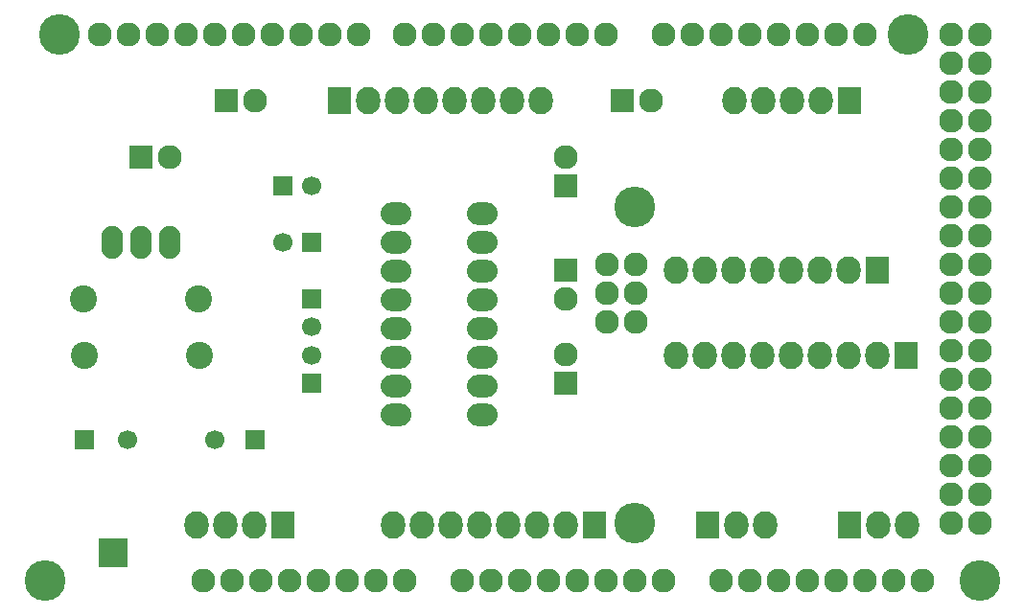
<source format=gts>
G04 #@! TF.FileFunction,Soldermask,Top*
%FSLAX46Y46*%
G04 Gerber Fmt 4.6, Leading zero omitted, Abs format (unit mm)*
G04 Created by KiCad (PCBNEW 4.0.2+dfsg1-stable) date fr. 11. mai 2018 kl. 17.21 +0200*
%MOMM*%
G01*
G04 APERTURE LIST*
%ADD10C,0.100000*%
%ADD11O,2.127200X2.127200*%
%ADD12C,3.600000*%
%ADD13C,1.700000*%
%ADD14R,1.700000X1.700000*%
%ADD15R,2.127200X2.432000*%
%ADD16O,2.127200X2.432000*%
%ADD17R,2.635200X2.635200*%
%ADD18R,2.127200X2.127200*%
%ADD19C,2.398980*%
%ADD20O,2.700000X2.000000*%
%ADD21O,1.901140X2.899360*%
G04 APERTURE END LIST*
D10*
D11*
X176127000Y-114600000D03*
X178667000Y-114600000D03*
X178667000Y-112060000D03*
X176127000Y-112060000D03*
X178667000Y-109520000D03*
X163300000Y-137460000D03*
X158220000Y-137460000D03*
X155680000Y-137460000D03*
X153140000Y-137460000D03*
X150600000Y-137460000D03*
X148060000Y-137460000D03*
X145520000Y-137460000D03*
X142980000Y-137460000D03*
X198860000Y-89200000D03*
X196320000Y-89200000D03*
X193780000Y-89200000D03*
X191240000Y-89200000D03*
X188700000Y-89200000D03*
X186160000Y-89200000D03*
X183620000Y-89200000D03*
X181080000Y-89200000D03*
X176000000Y-89200000D03*
X173460000Y-89200000D03*
X170920000Y-89200000D03*
X168380000Y-89200000D03*
X165840000Y-89200000D03*
X163300000Y-89200000D03*
X160760000Y-89200000D03*
X158220000Y-89200000D03*
X138916000Y-89200000D03*
X154156000Y-89200000D03*
X151616000Y-89200000D03*
X149076000Y-89200000D03*
D12*
X178540000Y-132380000D03*
X178540000Y-104440000D03*
X202670000Y-89200000D03*
X127740000Y-89200000D03*
X209020000Y-137460000D03*
X126470000Y-137460000D03*
D11*
X131296000Y-89200000D03*
X133836000Y-89200000D03*
X136376000Y-89200000D03*
X141456000Y-89200000D03*
X143996000Y-89200000D03*
X146536000Y-89200000D03*
X140440000Y-137460000D03*
X165840000Y-137460000D03*
X168380000Y-137460000D03*
X170920000Y-137460000D03*
X173460000Y-137460000D03*
X176000000Y-137460000D03*
X178540000Y-137460000D03*
X181080000Y-137460000D03*
X186160000Y-137460000D03*
X188700000Y-137460000D03*
X191240000Y-137460000D03*
X193780000Y-137460000D03*
X196320000Y-137460000D03*
X198860000Y-137460000D03*
X201400000Y-137460000D03*
X203940000Y-137460000D03*
X206480000Y-89200000D03*
X209020000Y-89200000D03*
X206480000Y-91740000D03*
X209020000Y-91740000D03*
X206480000Y-94280000D03*
X209020000Y-94280000D03*
X206480000Y-96820000D03*
X209020000Y-96820000D03*
X206480000Y-99360000D03*
X209020000Y-99360000D03*
X206480000Y-101900000D03*
X209020000Y-101900000D03*
X206480000Y-104440000D03*
X209020000Y-104440000D03*
X206480000Y-106980000D03*
X209020000Y-106980000D03*
X206480000Y-109520000D03*
X209020000Y-109520000D03*
X206480000Y-112060000D03*
X209020000Y-112060000D03*
X206480000Y-114600000D03*
X209020000Y-114600000D03*
X206480000Y-117140000D03*
X209020000Y-117140000D03*
X206480000Y-119680000D03*
X209020000Y-119680000D03*
X206480000Y-122220000D03*
X209020000Y-122220000D03*
X206480000Y-124760000D03*
X209020000Y-124760000D03*
X206480000Y-127300000D03*
X209020000Y-127300000D03*
X206480000Y-129840000D03*
X209020000Y-129840000D03*
X206480000Y-132380000D03*
X209020000Y-132380000D03*
X176127000Y-109520000D03*
X176127000Y-114600000D03*
X178667000Y-114600000D03*
X178667000Y-112060000D03*
X176127000Y-112060000D03*
X178667000Y-109520000D03*
X163300000Y-137460000D03*
X158220000Y-137460000D03*
X155680000Y-137460000D03*
X153140000Y-137460000D03*
X150600000Y-137460000D03*
X148060000Y-137460000D03*
X145520000Y-137460000D03*
X142980000Y-137460000D03*
X198860000Y-89200000D03*
X196320000Y-89200000D03*
X193780000Y-89200000D03*
X191240000Y-89200000D03*
X188700000Y-89200000D03*
X186160000Y-89200000D03*
X183620000Y-89200000D03*
X181080000Y-89200000D03*
X176000000Y-89200000D03*
X173460000Y-89200000D03*
X170920000Y-89200000D03*
X168380000Y-89200000D03*
X165840000Y-89200000D03*
X163300000Y-89200000D03*
X160760000Y-89200000D03*
X158220000Y-89200000D03*
X138916000Y-89200000D03*
X154156000Y-89200000D03*
X151616000Y-89200000D03*
X149076000Y-89200000D03*
D12*
X178540000Y-132380000D03*
X178540000Y-104440000D03*
X202670000Y-89200000D03*
X127740000Y-89200000D03*
X209020000Y-137460000D03*
X126470000Y-137460000D03*
D11*
X131296000Y-89200000D03*
X133836000Y-89200000D03*
X136376000Y-89200000D03*
X141456000Y-89200000D03*
X143996000Y-89200000D03*
X146536000Y-89200000D03*
X140440000Y-137460000D03*
X165840000Y-137460000D03*
X168380000Y-137460000D03*
X170920000Y-137460000D03*
X173460000Y-137460000D03*
X176000000Y-137460000D03*
X178540000Y-137460000D03*
X181080000Y-137460000D03*
X186160000Y-137460000D03*
X188700000Y-137460000D03*
X191240000Y-137460000D03*
X193780000Y-137460000D03*
X196320000Y-137460000D03*
X198860000Y-137460000D03*
X201400000Y-137460000D03*
X203940000Y-137460000D03*
X206480000Y-89200000D03*
X209020000Y-89200000D03*
X206480000Y-91740000D03*
X209020000Y-91740000D03*
X206480000Y-94280000D03*
X209020000Y-94280000D03*
X206480000Y-96820000D03*
X209020000Y-96820000D03*
X206480000Y-99360000D03*
X209020000Y-99360000D03*
X206480000Y-101900000D03*
X209020000Y-101900000D03*
X206480000Y-104440000D03*
X209020000Y-104440000D03*
X206480000Y-106980000D03*
X209020000Y-106980000D03*
X206480000Y-109520000D03*
X209020000Y-109520000D03*
X206480000Y-112060000D03*
X209020000Y-112060000D03*
X206480000Y-114600000D03*
X209020000Y-114600000D03*
X206480000Y-117140000D03*
X209020000Y-117140000D03*
X206480000Y-119680000D03*
X209020000Y-119680000D03*
X206480000Y-122220000D03*
X209020000Y-122220000D03*
X206480000Y-124760000D03*
X209020000Y-124760000D03*
X206480000Y-127300000D03*
X209020000Y-127300000D03*
X206480000Y-129840000D03*
X209020000Y-129840000D03*
X206480000Y-132380000D03*
X209020000Y-132380000D03*
X176127000Y-109520000D03*
D13*
X141500000Y-125000000D03*
D14*
X145000000Y-125000000D03*
X130000000Y-125000000D03*
D13*
X133800000Y-125000000D03*
D14*
X150000000Y-107500000D03*
D13*
X147500000Y-107500000D03*
D14*
X150000000Y-112500000D03*
D13*
X150000000Y-115000000D03*
D14*
X147500000Y-102500000D03*
D13*
X150000000Y-102500000D03*
D14*
X150000000Y-120000000D03*
D13*
X150000000Y-117500000D03*
D15*
X202500000Y-117500000D03*
D16*
X199960000Y-117500000D03*
X197420000Y-117500000D03*
X194880000Y-117500000D03*
X192340000Y-117500000D03*
X189800000Y-117500000D03*
X187260000Y-117500000D03*
X184720000Y-117500000D03*
X182180000Y-117500000D03*
D15*
X200000000Y-110000000D03*
D16*
X197460000Y-110000000D03*
X194920000Y-110000000D03*
X192380000Y-110000000D03*
X189840000Y-110000000D03*
X187300000Y-110000000D03*
X184760000Y-110000000D03*
X182220000Y-110000000D03*
D15*
X197500000Y-95000000D03*
D16*
X194960000Y-95000000D03*
X192420000Y-95000000D03*
X189880000Y-95000000D03*
X187340000Y-95000000D03*
D15*
X147500000Y-132500000D03*
D16*
X144960000Y-132500000D03*
X142420000Y-132500000D03*
X139880000Y-132500000D03*
D15*
X185000000Y-132500000D03*
D16*
X187540000Y-132500000D03*
X190080000Y-132500000D03*
D17*
X132500000Y-135000000D03*
D18*
X135000000Y-100000000D03*
D11*
X137540000Y-100000000D03*
D15*
X175000000Y-132500000D03*
D16*
X172460000Y-132500000D03*
X169920000Y-132500000D03*
X167380000Y-132500000D03*
X164840000Y-132500000D03*
X162300000Y-132500000D03*
X159760000Y-132500000D03*
X157220000Y-132500000D03*
D15*
X152500000Y-95000000D03*
D16*
X155040000Y-95000000D03*
X157580000Y-95000000D03*
X160120000Y-95000000D03*
X162660000Y-95000000D03*
X165200000Y-95000000D03*
X167740000Y-95000000D03*
X170280000Y-95000000D03*
D15*
X197500000Y-132500000D03*
D16*
X200040000Y-132500000D03*
X202580000Y-132500000D03*
D18*
X142500000Y-95000000D03*
D11*
X145040000Y-95000000D03*
D18*
X177500000Y-95000000D03*
D11*
X180040000Y-95000000D03*
D18*
X172500000Y-120000000D03*
D11*
X172500000Y-117460000D03*
D18*
X172500000Y-102500000D03*
D11*
X172500000Y-99960000D03*
D18*
X172500000Y-110000000D03*
D11*
X172500000Y-112540000D03*
D19*
X140000000Y-112500000D03*
X129840000Y-112500000D03*
X130000000Y-117500000D03*
X140160000Y-117500000D03*
D20*
X157500000Y-105000000D03*
X157500000Y-107540000D03*
X157500000Y-110080000D03*
X157500000Y-112620000D03*
X157500000Y-115160000D03*
X157500000Y-117700000D03*
X157500000Y-120240000D03*
X157500000Y-122780000D03*
X165120000Y-122780000D03*
X165120000Y-120240000D03*
X165120000Y-117700000D03*
X165120000Y-115160000D03*
X165120000Y-112620000D03*
X165120000Y-110080000D03*
X165120000Y-107540000D03*
X165120000Y-105000000D03*
D21*
X135000000Y-107500000D03*
X132460000Y-107500000D03*
X137540000Y-107500000D03*
M02*

</source>
